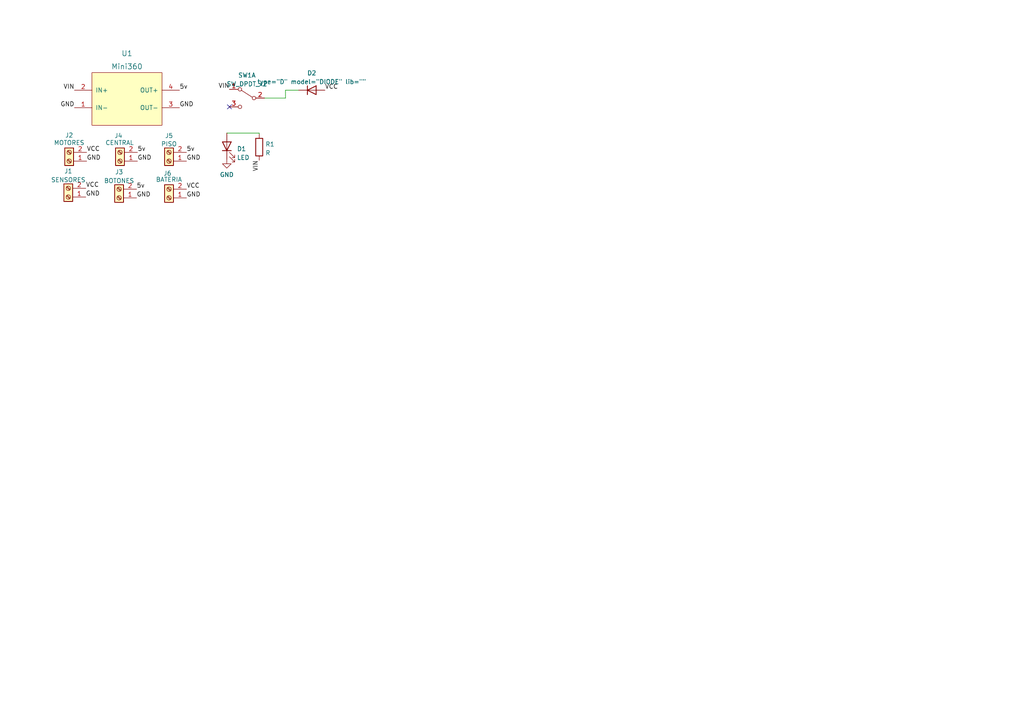
<source format=kicad_sch>
(kicad_sch (version 20211123) (generator eeschema)
  (paper "A4")
  (lib_symbols
    (symbol "Connector:Screw_Terminal_01x02" (pin_names (offset 1.016) hide)
      (property "Reference" "J" (at 0 2.54 0))
      (property "Value" "Screw_Terminal_01x02" (at 0 -5.08 0))
      (symbol "Screw_Terminal_01x02_1_1"
        (rectangle (start -1.27 1.27) (end 1.27 -3.81) (stroke (width 0.254)) (fill (type background)))
        (circle (center 0 -2.54) (radius 0.635) (stroke (width 0.1524)))
        (polyline (pts (xy -0.5334 -2.2098) (xy 0.3302 -3.048)) (stroke (width 0.1524)))
        (polyline (pts (xy -0.5334 0.3302) (xy 0.3302 -0.508)) (stroke (width 0.1524)))
        (polyline (pts (xy -0.3556 -2.032) (xy 0.508 -2.8702)) (stroke (width 0.1524)))
        (polyline (pts (xy -0.3556 0.508) (xy 0.508 -0.3302)) (stroke (width 0.1524)))
        (circle (center 0 0) (radius 0.635) (stroke (width 0.1524)))
        (pin passive line (at -5.08 0 0) (length 3.81) (name "Pin_1") (number "1"))
        (pin passive line (at -5.08 -2.54 0) (length 3.81) (name "Pin_2") (number "2"))
      )
    )
    (symbol "Device:LED" (pin_numbers hide) (pin_names (offset 1.016) hide)
      (property "Reference" "D" (at 0 2.54 0))
      (property "Value" "LED" (at 0 -2.54 0))
      (symbol "LED_0_1"
        (polyline (pts (xy -1.27 -1.27) (xy -1.27 1.27)) (stroke (width 0.254)))
        (polyline (pts (xy -1.27 0) (xy 1.27 0)))
        (polyline (pts (xy 1.27 -1.27) (xy 1.27 1.27) (xy -1.27 0) (xy 1.27 -1.27)) (stroke (width 0.254)))
        (polyline (pts (xy -3.048 -0.762) (xy -4.572 -2.286) (xy -3.81 -2.286) (xy -4.572 -2.286) (xy -4.572 -1.524)))
        (polyline (pts (xy -1.778 -0.762) (xy -3.302 -2.286) (xy -2.54 -2.286) (xy -3.302 -2.286) (xy -3.302 -1.524)))
      )
      (symbol "LED_1_1"
        (pin passive line (at -3.81 0 0) (length 2.54) (name "K") (number "1"))
        (pin passive line (at 3.81 0 180) (length 2.54) (name "A") (number "2"))
      )
    )
    (symbol "Device:R" (pin_numbers hide) (pin_names (offset 0))
      (property "Reference" "R" (at 2.032 0 90))
      (property "Value" "R" (at 0 0 90))
      (symbol "R_0_1"
        (rectangle (start -1.016 -2.54) (end 1.016 2.54) (stroke (width 0.254)))
      )
      (symbol "R_1_1"
        (pin passive line (at 0 3.81 270) (length 1.27) (name "~") (number "1"))
        (pin passive line (at 0 -3.81 90) (length 1.27) (name "~") (number "2"))
      )
    )
    (symbol "Simulation_SPICE:DIODE" (pin_numbers hide) (pin_names (offset 1.016) hide)
      (property "Reference" "D" (at 0 2.54 0))
      (property "Value" "DIODE" (at 0 -2.54 0))
      (symbol "DIODE_0_1"
        (polyline (pts (xy 1.27 0) (xy -1.27 0)))
        (polyline (pts (xy 1.27 1.27) (xy 1.27 -1.27)) (stroke (width 0.254)))
        (polyline (pts (xy -1.27 -1.27) (xy -1.27 1.27) (xy 1.27 0) (xy -1.27 -1.27)) (stroke (width 0.254)))
      )
      (symbol "DIODE_1_1"
        (pin passive line (at -3.81 0 0) (length 2.54) (name "A") (number "1"))
        (pin passive line (at 3.81 0 180) (length 2.54) (name "K") (number "2"))
      )
    )
    (symbol "Switch:SW_DPDT_x2" (pin_names (offset 0) hide)
      (property "Reference" "SW" (at 0 4.318 0))
      (property "Value" "SW_DPDT_x2" (at 0 -5.08 0))
      (symbol "SW_DPDT_x2_0_0"
        (circle (center -2.032 0) (radius 0.508))
        (circle (center 2.032 -2.54) (radius 0.508))
      )
      (symbol "SW_DPDT_x2_0_1"
        (polyline (pts (xy -1.524 0.254) (xy 1.651 2.286)))
        (circle (center 2.032 2.54) (radius 0.508))
      )
      (symbol "SW_DPDT_x2_1_1"
        (pin passive line (at 5.08 2.54 180) (length 2.54) (name "A") (number "1"))
        (pin passive line (at -5.08 0 0) (length 2.54) (name "B") (number "2"))
        (pin passive line (at 5.08 -2.54 180) (length 2.54) (name "C") (number "3"))
      )
      (symbol "SW_DPDT_x2_2_1"
        (pin passive line (at 5.08 2.54 180) (length 2.54) (name "A") (number "4"))
        (pin passive line (at -5.08 0 0) (length 2.54) (name "B") (number "5"))
        (pin passive line (at 5.08 -2.54 180) (length 2.54) (name "C") (number "6"))
      )
    )
    (symbol "mini360:Mini360" (pin_names (offset 1.016))
      (property "Reference" "U" (at 0 -5.08 0))
      (property "Value" "Mini360" (at 0 5.08 0))
      (symbol "Mini360_0_1"
        (rectangle (start -10.16 7.62) (end 10.16 -7.62) (fill (type background)))
      )
      (symbol "Mini360_1_1"
        (pin power_in line (at -15.24 -2.54 0) (length 5.08) (name "IN-") (number "1"))
        (pin power_in line (at -15.24 2.54 0) (length 5.08) (name "IN+") (number "2"))
        (pin power_out line (at 15.24 -2.54 180) (length 5.08) (name "OUT-") (number "3"))
        (pin power_out line (at 15.24 2.54 180) (length 5.08) (name "OUT+") (number "4"))
      )
    )
    (symbol "power:GND" (power) (pin_names (offset 0))
      (property "Value" "GND" (at 0 -3.81 0))
      (symbol "GND_0_1"
        (polyline (pts (xy 0 0) (xy 0 -1.27) (xy 1.27 -1.27) (xy 0 -2.54) (xy -1.27 -1.27) (xy 0 -1.27)))
      )
      (symbol "GND_1_1"
        (pin power_in line (at 0 0 270) (length 0) hide (name "GND") (number "1"))
      )
    )
  )
  (no_connect (at 66.548 30.988))
  (wire (pts (xy 86.614 26.162) (xy 82.804 26.162)))
  (wire (pts (xy 75.184 38.608) (xy 75.184 38.862)))
  (wire (pts (xy 82.804 28.448) (xy 76.708 28.448)))
  (wire (pts (xy 82.804 26.162) (xy 82.804 28.448)))
  (wire (pts (xy 65.786 38.608) (xy 75.184 38.608)))
  (label "VCC" (at 54.102 54.864 0))
  (label "GND" (at 25.146 46.736 0))
  (label "5v" (at 39.624 54.864 0))
  (label "5v" (at 39.878 44.196 0))
  (label "GND" (at 54.102 57.404 0))
  (label "VCC" (at 94.234 26.162 0))
  (label "VIN" (at 75.184 46.482 270))
  (label "GND" (at 24.892 57.15 0))
  (label "GND" (at 39.878 46.736 0))
  (label "GND" (at 39.624 57.404 0))
  (label "5v" (at 52.07 26.162 0))
  (label "GND" (at 21.59 31.242 180))
  (label "VIN" (at 21.59 26.162 180))
  (label "VCC" (at 24.892 54.61 0))
  (label "GND" (at 54.102 46.736 0))
  (label "GND" (at 52.07 31.242 0))
  (label "VCC" (at 25.146 44.196 0))
  (label "5v" (at 54.102 44.196 0))
  (label "VIN" (at 66.548 25.908 180))
  (symbol (lib_id "Connector:Screw_Terminal_01x02") (at 34.798 46.736 180) (unit 1)
    (property "Reference" "J4" (at 35.56 39.37 0) (effects (justify left)))
    (property "Value" "CENTRAL" (at 38.862 41.402 0) (effects (justify left)))
    (property "Footprint" "TerminalBlock:TerminalBlock_bornier-2_P5.08mm" (effects hide))
  )
  (symbol (lib_id "Switch:SW_DPDT_x2") (at 71.628 28.448 0) (mirror y) (unit 1)
    (property "Reference" "SW1" (at 71.628 21.8272 0))
    (property "Value" "SW_DPDT_x2" (at 71.628 24.3641 0))
    (property "Footprint" "Button_Switch_THT:SW_Slide_1P2T_CK_OS102011MS2Q" (effects hide))
  )
  (symbol (lib_id "Connector:Screw_Terminal_01x02") (at 49.022 46.736 180) (unit 1)
    (property "Reference" "J5" (at 49.022 39.37 0))
    (property "Value" "PISO" (at 49.022 41.7631 0))
    (property "Footprint" "TerminalBlock:TerminalBlock_bornier-2_P5.08mm" (effects hide))
  )
  (symbol (lib_id "power:GND") (at 65.786 46.228 0) (unit 1)
    (property "Reference" "#PWR01" (effects hide))
    (property "Value" "GND" (at 65.786 50.6714 0))
  )
  (symbol (lib_id "Device:LED") (at 65.786 42.418 90) (unit 1)
    (property "Reference" "D1" (at 68.707 43.1708 90) (effects (justify right)))
    (property "Value" "LED" (at 68.707 45.7077 90) (effects (justify right)))
    (property "Footprint" "LED_THT:LED_D3.0mm" (effects hide))
  )
  (symbol (lib_id "Connector:Screw_Terminal_01x02") (at 19.812 57.15 180) (unit 1)
    (property "Reference" "J1" (at 19.812 49.6402 0))
    (property "Value" "SENSORES" (at 19.812 52.1771 0))
    (property "Footprint" "TerminalBlock:TerminalBlock_bornier-2_P5.08mm" (effects hide))
  )
  (symbol (lib_id "mini360:Mini360") (at 36.83 28.702 0) (unit 1)
    (property "Reference" "U1" (at 36.83 15.494 0) (effects (font (size 1.524 1.524))))
    (property "Value" "Mini360" (at 36.83 19.304 0) (effects (font (size 1.524 1.524))))
    (property "Footprint" "Mini360_step-down:Mini360_step-down" (effects hide))
  )
  (symbol (lib_id "Device:R") (at 75.184 42.672 0) (unit 1)
    (property "Reference" "R1" (at 76.962 41.8373 0) (effects (justify left)))
    (property "Value" "R" (at 76.962 44.3742 0) (effects (justify left)))
    (property "Footprint" "Resistor_THT:R_Axial_DIN0207_L6.3mm_D2.5mm_P10.16mm_Horizontal" (effects hide))
  )
  (symbol (lib_id "Connector:Screw_Terminal_01x02") (at 34.544 57.404 180) (unit 1)
    (property "Reference" "J3" (at 34.544 49.8942 0))
    (property "Value" "BOTONES" (at 34.544 52.4311 0))
    (property "Footprint" "TerminalBlock:TerminalBlock_bornier-2_P5.08mm" (effects hide))
  )
  (symbol (lib_id "Connector:Screw_Terminal_01x02") (at 49.022 57.404 180) (unit 1)
    (property "Reference" "J6" (at 49.784 50.292 0) (effects (justify left)))
    (property "Value" "BATERIA" (at 52.832 52.07 0) (effects (justify left)))
    (property "Footprint" "Connector_AMASS:AMASS_XT30U-F_1x02_P5.0mm_Vertical" (effects hide))
  )
  (symbol (lib_id "Connector:Screw_Terminal_01x02") (at 20.066 46.736 180) (unit 1)
    (property "Reference" "J2" (at 20.066 39.2262 0))
    (property "Value" "MOTORES" (at 20.066 41.402 0))
    (property "Footprint" "Connector_AMASS:AMASS_XT30U-F_1x02_P5.0mm_Vertical" (effects hide))
  )
  (symbol (lib_id "Simulation_SPICE:DIODE") (at 90.424 26.162 180) (unit 1)
    (property "Reference" "D2" (at 90.424 21.1922 0))
    (property "Value" "DIODE" (at 90.424 23.7291 0))
    (property "Footprint" "Diode_THT:D_5W_P12.70mm_Horizontal" (effects hide))
    (property "Spice_Netlist_Enabled" "Y" (effects hide))
    (property "Spice_Primitive" "D" (effects hide))
  )
)
</source>
